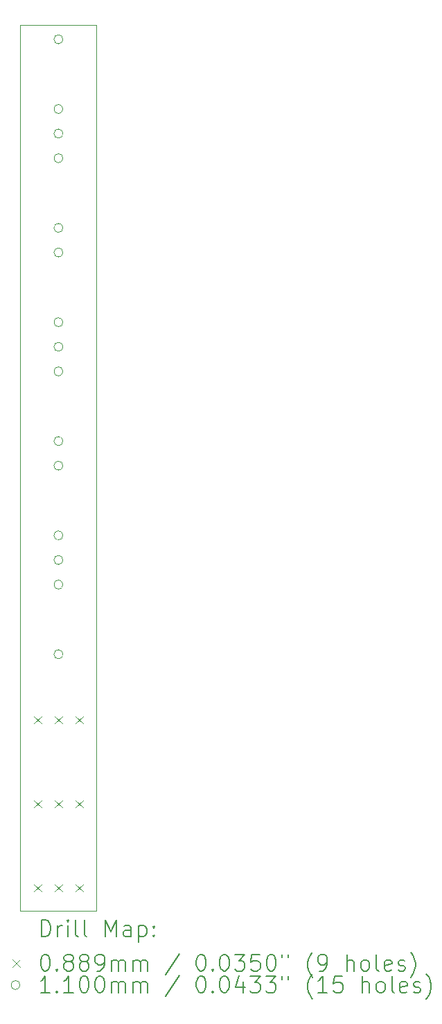
<source format=gbr>
%TF.GenerationSoftware,KiCad,Pcbnew,7.0.8*%
%TF.CreationDate,2024-09-22T22:21:17-04:00*%
%TF.ProjectId,lichen-passive-mutes-board,6c696368-656e-42d7-9061-73736976652d,1.0*%
%TF.SameCoordinates,Original*%
%TF.FileFunction,Drillmap*%
%TF.FilePolarity,Positive*%
%FSLAX45Y45*%
G04 Gerber Fmt 4.5, Leading zero omitted, Abs format (unit mm)*
G04 Created by KiCad (PCBNEW 7.0.8) date 2024-09-22 22:21:17*
%MOMM*%
%LPD*%
G01*
G04 APERTURE LIST*
%ADD10C,0.100000*%
%ADD11C,0.200000*%
%ADD12C,0.088900*%
%ADD13C,0.110000*%
G04 APERTURE END LIST*
D10*
X10025000Y-11025000D02*
X10955000Y-11025000D01*
X10955000Y-21825000D01*
X10025000Y-21825000D01*
X10025000Y-11025000D01*
D11*
D12*
X10191550Y-19455550D02*
X10280450Y-19544450D01*
X10280450Y-19455550D02*
X10191550Y-19544450D01*
X10191550Y-20480550D02*
X10280450Y-20569450D01*
X10280450Y-20480550D02*
X10191550Y-20569450D01*
X10191550Y-21505550D02*
X10280450Y-21594450D01*
X10280450Y-21505550D02*
X10191550Y-21594450D01*
X10445550Y-19455550D02*
X10534450Y-19544450D01*
X10534450Y-19455550D02*
X10445550Y-19544450D01*
X10445550Y-20480550D02*
X10534450Y-20569450D01*
X10534450Y-20480550D02*
X10445550Y-20569450D01*
X10445550Y-21505550D02*
X10534450Y-21594450D01*
X10534450Y-21505550D02*
X10445550Y-21594450D01*
X10699550Y-19455550D02*
X10788450Y-19544450D01*
X10788450Y-19455550D02*
X10699550Y-19544450D01*
X10699550Y-20480550D02*
X10788450Y-20569450D01*
X10788450Y-20480550D02*
X10699550Y-20569450D01*
X10699550Y-21505550D02*
X10788450Y-21594450D01*
X10788450Y-21505550D02*
X10699550Y-21594450D01*
D13*
X10545000Y-11200000D02*
G75*
G03*
X10545000Y-11200000I-55000J0D01*
G01*
X10545000Y-12050000D02*
G75*
G03*
X10545000Y-12050000I-55000J0D01*
G01*
X10545000Y-12350000D02*
G75*
G03*
X10545000Y-12350000I-55000J0D01*
G01*
X10545000Y-12650000D02*
G75*
G03*
X10545000Y-12650000I-55000J0D01*
G01*
X10545000Y-13500000D02*
G75*
G03*
X10545000Y-13500000I-55000J0D01*
G01*
X10545000Y-13800000D02*
G75*
G03*
X10545000Y-13800000I-55000J0D01*
G01*
X10545000Y-14650000D02*
G75*
G03*
X10545000Y-14650000I-55000J0D01*
G01*
X10545000Y-14950000D02*
G75*
G03*
X10545000Y-14950000I-55000J0D01*
G01*
X10545000Y-15250000D02*
G75*
G03*
X10545000Y-15250000I-55000J0D01*
G01*
X10545000Y-16100000D02*
G75*
G03*
X10545000Y-16100000I-55000J0D01*
G01*
X10545000Y-16400000D02*
G75*
G03*
X10545000Y-16400000I-55000J0D01*
G01*
X10545000Y-17250000D02*
G75*
G03*
X10545000Y-17250000I-55000J0D01*
G01*
X10545000Y-17550000D02*
G75*
G03*
X10545000Y-17550000I-55000J0D01*
G01*
X10545000Y-17850000D02*
G75*
G03*
X10545000Y-17850000I-55000J0D01*
G01*
X10545000Y-18700000D02*
G75*
G03*
X10545000Y-18700000I-55000J0D01*
G01*
D11*
X10280777Y-22141484D02*
X10280777Y-21941484D01*
X10280777Y-21941484D02*
X10328396Y-21941484D01*
X10328396Y-21941484D02*
X10356967Y-21951008D01*
X10356967Y-21951008D02*
X10376015Y-21970055D01*
X10376015Y-21970055D02*
X10385539Y-21989103D01*
X10385539Y-21989103D02*
X10395063Y-22027198D01*
X10395063Y-22027198D02*
X10395063Y-22055770D01*
X10395063Y-22055770D02*
X10385539Y-22093865D01*
X10385539Y-22093865D02*
X10376015Y-22112912D01*
X10376015Y-22112912D02*
X10356967Y-22131960D01*
X10356967Y-22131960D02*
X10328396Y-22141484D01*
X10328396Y-22141484D02*
X10280777Y-22141484D01*
X10480777Y-22141484D02*
X10480777Y-22008150D01*
X10480777Y-22046246D02*
X10490301Y-22027198D01*
X10490301Y-22027198D02*
X10499824Y-22017674D01*
X10499824Y-22017674D02*
X10518872Y-22008150D01*
X10518872Y-22008150D02*
X10537920Y-22008150D01*
X10604586Y-22141484D02*
X10604586Y-22008150D01*
X10604586Y-21941484D02*
X10595063Y-21951008D01*
X10595063Y-21951008D02*
X10604586Y-21960531D01*
X10604586Y-21960531D02*
X10614110Y-21951008D01*
X10614110Y-21951008D02*
X10604586Y-21941484D01*
X10604586Y-21941484D02*
X10604586Y-21960531D01*
X10728396Y-22141484D02*
X10709348Y-22131960D01*
X10709348Y-22131960D02*
X10699824Y-22112912D01*
X10699824Y-22112912D02*
X10699824Y-21941484D01*
X10833158Y-22141484D02*
X10814110Y-22131960D01*
X10814110Y-22131960D02*
X10804586Y-22112912D01*
X10804586Y-22112912D02*
X10804586Y-21941484D01*
X11061729Y-22141484D02*
X11061729Y-21941484D01*
X11061729Y-21941484D02*
X11128396Y-22084341D01*
X11128396Y-22084341D02*
X11195062Y-21941484D01*
X11195062Y-21941484D02*
X11195062Y-22141484D01*
X11376015Y-22141484D02*
X11376015Y-22036722D01*
X11376015Y-22036722D02*
X11366491Y-22017674D01*
X11366491Y-22017674D02*
X11347443Y-22008150D01*
X11347443Y-22008150D02*
X11309348Y-22008150D01*
X11309348Y-22008150D02*
X11290301Y-22017674D01*
X11376015Y-22131960D02*
X11356967Y-22141484D01*
X11356967Y-22141484D02*
X11309348Y-22141484D01*
X11309348Y-22141484D02*
X11290301Y-22131960D01*
X11290301Y-22131960D02*
X11280777Y-22112912D01*
X11280777Y-22112912D02*
X11280777Y-22093865D01*
X11280777Y-22093865D02*
X11290301Y-22074817D01*
X11290301Y-22074817D02*
X11309348Y-22065293D01*
X11309348Y-22065293D02*
X11356967Y-22065293D01*
X11356967Y-22065293D02*
X11376015Y-22055770D01*
X11471253Y-22008150D02*
X11471253Y-22208150D01*
X11471253Y-22017674D02*
X11490301Y-22008150D01*
X11490301Y-22008150D02*
X11528396Y-22008150D01*
X11528396Y-22008150D02*
X11547443Y-22017674D01*
X11547443Y-22017674D02*
X11556967Y-22027198D01*
X11556967Y-22027198D02*
X11566491Y-22046246D01*
X11566491Y-22046246D02*
X11566491Y-22103389D01*
X11566491Y-22103389D02*
X11556967Y-22122436D01*
X11556967Y-22122436D02*
X11547443Y-22131960D01*
X11547443Y-22131960D02*
X11528396Y-22141484D01*
X11528396Y-22141484D02*
X11490301Y-22141484D01*
X11490301Y-22141484D02*
X11471253Y-22131960D01*
X11652205Y-22122436D02*
X11661729Y-22131960D01*
X11661729Y-22131960D02*
X11652205Y-22141484D01*
X11652205Y-22141484D02*
X11642682Y-22131960D01*
X11642682Y-22131960D02*
X11652205Y-22122436D01*
X11652205Y-22122436D02*
X11652205Y-22141484D01*
X11652205Y-22017674D02*
X11661729Y-22027198D01*
X11661729Y-22027198D02*
X11652205Y-22036722D01*
X11652205Y-22036722D02*
X11642682Y-22027198D01*
X11642682Y-22027198D02*
X11652205Y-22017674D01*
X11652205Y-22017674D02*
X11652205Y-22036722D01*
D12*
X9931100Y-22425550D02*
X10020000Y-22514450D01*
X10020000Y-22425550D02*
X9931100Y-22514450D01*
D11*
X10318872Y-22361484D02*
X10337920Y-22361484D01*
X10337920Y-22361484D02*
X10356967Y-22371008D01*
X10356967Y-22371008D02*
X10366491Y-22380531D01*
X10366491Y-22380531D02*
X10376015Y-22399579D01*
X10376015Y-22399579D02*
X10385539Y-22437674D01*
X10385539Y-22437674D02*
X10385539Y-22485293D01*
X10385539Y-22485293D02*
X10376015Y-22523388D01*
X10376015Y-22523388D02*
X10366491Y-22542436D01*
X10366491Y-22542436D02*
X10356967Y-22551960D01*
X10356967Y-22551960D02*
X10337920Y-22561484D01*
X10337920Y-22561484D02*
X10318872Y-22561484D01*
X10318872Y-22561484D02*
X10299824Y-22551960D01*
X10299824Y-22551960D02*
X10290301Y-22542436D01*
X10290301Y-22542436D02*
X10280777Y-22523388D01*
X10280777Y-22523388D02*
X10271253Y-22485293D01*
X10271253Y-22485293D02*
X10271253Y-22437674D01*
X10271253Y-22437674D02*
X10280777Y-22399579D01*
X10280777Y-22399579D02*
X10290301Y-22380531D01*
X10290301Y-22380531D02*
X10299824Y-22371008D01*
X10299824Y-22371008D02*
X10318872Y-22361484D01*
X10471253Y-22542436D02*
X10480777Y-22551960D01*
X10480777Y-22551960D02*
X10471253Y-22561484D01*
X10471253Y-22561484D02*
X10461729Y-22551960D01*
X10461729Y-22551960D02*
X10471253Y-22542436D01*
X10471253Y-22542436D02*
X10471253Y-22561484D01*
X10595063Y-22447198D02*
X10576015Y-22437674D01*
X10576015Y-22437674D02*
X10566491Y-22428150D01*
X10566491Y-22428150D02*
X10556967Y-22409103D01*
X10556967Y-22409103D02*
X10556967Y-22399579D01*
X10556967Y-22399579D02*
X10566491Y-22380531D01*
X10566491Y-22380531D02*
X10576015Y-22371008D01*
X10576015Y-22371008D02*
X10595063Y-22361484D01*
X10595063Y-22361484D02*
X10633158Y-22361484D01*
X10633158Y-22361484D02*
X10652205Y-22371008D01*
X10652205Y-22371008D02*
X10661729Y-22380531D01*
X10661729Y-22380531D02*
X10671253Y-22399579D01*
X10671253Y-22399579D02*
X10671253Y-22409103D01*
X10671253Y-22409103D02*
X10661729Y-22428150D01*
X10661729Y-22428150D02*
X10652205Y-22437674D01*
X10652205Y-22437674D02*
X10633158Y-22447198D01*
X10633158Y-22447198D02*
X10595063Y-22447198D01*
X10595063Y-22447198D02*
X10576015Y-22456722D01*
X10576015Y-22456722D02*
X10566491Y-22466246D01*
X10566491Y-22466246D02*
X10556967Y-22485293D01*
X10556967Y-22485293D02*
X10556967Y-22523388D01*
X10556967Y-22523388D02*
X10566491Y-22542436D01*
X10566491Y-22542436D02*
X10576015Y-22551960D01*
X10576015Y-22551960D02*
X10595063Y-22561484D01*
X10595063Y-22561484D02*
X10633158Y-22561484D01*
X10633158Y-22561484D02*
X10652205Y-22551960D01*
X10652205Y-22551960D02*
X10661729Y-22542436D01*
X10661729Y-22542436D02*
X10671253Y-22523388D01*
X10671253Y-22523388D02*
X10671253Y-22485293D01*
X10671253Y-22485293D02*
X10661729Y-22466246D01*
X10661729Y-22466246D02*
X10652205Y-22456722D01*
X10652205Y-22456722D02*
X10633158Y-22447198D01*
X10785539Y-22447198D02*
X10766491Y-22437674D01*
X10766491Y-22437674D02*
X10756967Y-22428150D01*
X10756967Y-22428150D02*
X10747444Y-22409103D01*
X10747444Y-22409103D02*
X10747444Y-22399579D01*
X10747444Y-22399579D02*
X10756967Y-22380531D01*
X10756967Y-22380531D02*
X10766491Y-22371008D01*
X10766491Y-22371008D02*
X10785539Y-22361484D01*
X10785539Y-22361484D02*
X10823634Y-22361484D01*
X10823634Y-22361484D02*
X10842682Y-22371008D01*
X10842682Y-22371008D02*
X10852205Y-22380531D01*
X10852205Y-22380531D02*
X10861729Y-22399579D01*
X10861729Y-22399579D02*
X10861729Y-22409103D01*
X10861729Y-22409103D02*
X10852205Y-22428150D01*
X10852205Y-22428150D02*
X10842682Y-22437674D01*
X10842682Y-22437674D02*
X10823634Y-22447198D01*
X10823634Y-22447198D02*
X10785539Y-22447198D01*
X10785539Y-22447198D02*
X10766491Y-22456722D01*
X10766491Y-22456722D02*
X10756967Y-22466246D01*
X10756967Y-22466246D02*
X10747444Y-22485293D01*
X10747444Y-22485293D02*
X10747444Y-22523388D01*
X10747444Y-22523388D02*
X10756967Y-22542436D01*
X10756967Y-22542436D02*
X10766491Y-22551960D01*
X10766491Y-22551960D02*
X10785539Y-22561484D01*
X10785539Y-22561484D02*
X10823634Y-22561484D01*
X10823634Y-22561484D02*
X10842682Y-22551960D01*
X10842682Y-22551960D02*
X10852205Y-22542436D01*
X10852205Y-22542436D02*
X10861729Y-22523388D01*
X10861729Y-22523388D02*
X10861729Y-22485293D01*
X10861729Y-22485293D02*
X10852205Y-22466246D01*
X10852205Y-22466246D02*
X10842682Y-22456722D01*
X10842682Y-22456722D02*
X10823634Y-22447198D01*
X10956967Y-22561484D02*
X10995063Y-22561484D01*
X10995063Y-22561484D02*
X11014110Y-22551960D01*
X11014110Y-22551960D02*
X11023634Y-22542436D01*
X11023634Y-22542436D02*
X11042682Y-22513865D01*
X11042682Y-22513865D02*
X11052205Y-22475769D01*
X11052205Y-22475769D02*
X11052205Y-22399579D01*
X11052205Y-22399579D02*
X11042682Y-22380531D01*
X11042682Y-22380531D02*
X11033158Y-22371008D01*
X11033158Y-22371008D02*
X11014110Y-22361484D01*
X11014110Y-22361484D02*
X10976015Y-22361484D01*
X10976015Y-22361484D02*
X10956967Y-22371008D01*
X10956967Y-22371008D02*
X10947444Y-22380531D01*
X10947444Y-22380531D02*
X10937920Y-22399579D01*
X10937920Y-22399579D02*
X10937920Y-22447198D01*
X10937920Y-22447198D02*
X10947444Y-22466246D01*
X10947444Y-22466246D02*
X10956967Y-22475769D01*
X10956967Y-22475769D02*
X10976015Y-22485293D01*
X10976015Y-22485293D02*
X11014110Y-22485293D01*
X11014110Y-22485293D02*
X11033158Y-22475769D01*
X11033158Y-22475769D02*
X11042682Y-22466246D01*
X11042682Y-22466246D02*
X11052205Y-22447198D01*
X11137920Y-22561484D02*
X11137920Y-22428150D01*
X11137920Y-22447198D02*
X11147444Y-22437674D01*
X11147444Y-22437674D02*
X11166491Y-22428150D01*
X11166491Y-22428150D02*
X11195063Y-22428150D01*
X11195063Y-22428150D02*
X11214110Y-22437674D01*
X11214110Y-22437674D02*
X11223634Y-22456722D01*
X11223634Y-22456722D02*
X11223634Y-22561484D01*
X11223634Y-22456722D02*
X11233158Y-22437674D01*
X11233158Y-22437674D02*
X11252205Y-22428150D01*
X11252205Y-22428150D02*
X11280777Y-22428150D01*
X11280777Y-22428150D02*
X11299824Y-22437674D01*
X11299824Y-22437674D02*
X11309348Y-22456722D01*
X11309348Y-22456722D02*
X11309348Y-22561484D01*
X11404586Y-22561484D02*
X11404586Y-22428150D01*
X11404586Y-22447198D02*
X11414110Y-22437674D01*
X11414110Y-22437674D02*
X11433158Y-22428150D01*
X11433158Y-22428150D02*
X11461729Y-22428150D01*
X11461729Y-22428150D02*
X11480777Y-22437674D01*
X11480777Y-22437674D02*
X11490301Y-22456722D01*
X11490301Y-22456722D02*
X11490301Y-22561484D01*
X11490301Y-22456722D02*
X11499824Y-22437674D01*
X11499824Y-22437674D02*
X11518872Y-22428150D01*
X11518872Y-22428150D02*
X11547443Y-22428150D01*
X11547443Y-22428150D02*
X11566491Y-22437674D01*
X11566491Y-22437674D02*
X11576015Y-22456722D01*
X11576015Y-22456722D02*
X11576015Y-22561484D01*
X11966491Y-22351960D02*
X11795063Y-22609103D01*
X12223634Y-22361484D02*
X12242682Y-22361484D01*
X12242682Y-22361484D02*
X12261729Y-22371008D01*
X12261729Y-22371008D02*
X12271253Y-22380531D01*
X12271253Y-22380531D02*
X12280777Y-22399579D01*
X12280777Y-22399579D02*
X12290301Y-22437674D01*
X12290301Y-22437674D02*
X12290301Y-22485293D01*
X12290301Y-22485293D02*
X12280777Y-22523388D01*
X12280777Y-22523388D02*
X12271253Y-22542436D01*
X12271253Y-22542436D02*
X12261729Y-22551960D01*
X12261729Y-22551960D02*
X12242682Y-22561484D01*
X12242682Y-22561484D02*
X12223634Y-22561484D01*
X12223634Y-22561484D02*
X12204586Y-22551960D01*
X12204586Y-22551960D02*
X12195063Y-22542436D01*
X12195063Y-22542436D02*
X12185539Y-22523388D01*
X12185539Y-22523388D02*
X12176015Y-22485293D01*
X12176015Y-22485293D02*
X12176015Y-22437674D01*
X12176015Y-22437674D02*
X12185539Y-22399579D01*
X12185539Y-22399579D02*
X12195063Y-22380531D01*
X12195063Y-22380531D02*
X12204586Y-22371008D01*
X12204586Y-22371008D02*
X12223634Y-22361484D01*
X12376015Y-22542436D02*
X12385539Y-22551960D01*
X12385539Y-22551960D02*
X12376015Y-22561484D01*
X12376015Y-22561484D02*
X12366491Y-22551960D01*
X12366491Y-22551960D02*
X12376015Y-22542436D01*
X12376015Y-22542436D02*
X12376015Y-22561484D01*
X12509348Y-22361484D02*
X12528396Y-22361484D01*
X12528396Y-22361484D02*
X12547444Y-22371008D01*
X12547444Y-22371008D02*
X12556967Y-22380531D01*
X12556967Y-22380531D02*
X12566491Y-22399579D01*
X12566491Y-22399579D02*
X12576015Y-22437674D01*
X12576015Y-22437674D02*
X12576015Y-22485293D01*
X12576015Y-22485293D02*
X12566491Y-22523388D01*
X12566491Y-22523388D02*
X12556967Y-22542436D01*
X12556967Y-22542436D02*
X12547444Y-22551960D01*
X12547444Y-22551960D02*
X12528396Y-22561484D01*
X12528396Y-22561484D02*
X12509348Y-22561484D01*
X12509348Y-22561484D02*
X12490301Y-22551960D01*
X12490301Y-22551960D02*
X12480777Y-22542436D01*
X12480777Y-22542436D02*
X12471253Y-22523388D01*
X12471253Y-22523388D02*
X12461729Y-22485293D01*
X12461729Y-22485293D02*
X12461729Y-22437674D01*
X12461729Y-22437674D02*
X12471253Y-22399579D01*
X12471253Y-22399579D02*
X12480777Y-22380531D01*
X12480777Y-22380531D02*
X12490301Y-22371008D01*
X12490301Y-22371008D02*
X12509348Y-22361484D01*
X12642682Y-22361484D02*
X12766491Y-22361484D01*
X12766491Y-22361484D02*
X12699825Y-22437674D01*
X12699825Y-22437674D02*
X12728396Y-22437674D01*
X12728396Y-22437674D02*
X12747444Y-22447198D01*
X12747444Y-22447198D02*
X12756967Y-22456722D01*
X12756967Y-22456722D02*
X12766491Y-22475769D01*
X12766491Y-22475769D02*
X12766491Y-22523388D01*
X12766491Y-22523388D02*
X12756967Y-22542436D01*
X12756967Y-22542436D02*
X12747444Y-22551960D01*
X12747444Y-22551960D02*
X12728396Y-22561484D01*
X12728396Y-22561484D02*
X12671253Y-22561484D01*
X12671253Y-22561484D02*
X12652206Y-22551960D01*
X12652206Y-22551960D02*
X12642682Y-22542436D01*
X12947444Y-22361484D02*
X12852206Y-22361484D01*
X12852206Y-22361484D02*
X12842682Y-22456722D01*
X12842682Y-22456722D02*
X12852206Y-22447198D01*
X12852206Y-22447198D02*
X12871253Y-22437674D01*
X12871253Y-22437674D02*
X12918872Y-22437674D01*
X12918872Y-22437674D02*
X12937920Y-22447198D01*
X12937920Y-22447198D02*
X12947444Y-22456722D01*
X12947444Y-22456722D02*
X12956967Y-22475769D01*
X12956967Y-22475769D02*
X12956967Y-22523388D01*
X12956967Y-22523388D02*
X12947444Y-22542436D01*
X12947444Y-22542436D02*
X12937920Y-22551960D01*
X12937920Y-22551960D02*
X12918872Y-22561484D01*
X12918872Y-22561484D02*
X12871253Y-22561484D01*
X12871253Y-22561484D02*
X12852206Y-22551960D01*
X12852206Y-22551960D02*
X12842682Y-22542436D01*
X13080777Y-22361484D02*
X13099825Y-22361484D01*
X13099825Y-22361484D02*
X13118872Y-22371008D01*
X13118872Y-22371008D02*
X13128396Y-22380531D01*
X13128396Y-22380531D02*
X13137920Y-22399579D01*
X13137920Y-22399579D02*
X13147444Y-22437674D01*
X13147444Y-22437674D02*
X13147444Y-22485293D01*
X13147444Y-22485293D02*
X13137920Y-22523388D01*
X13137920Y-22523388D02*
X13128396Y-22542436D01*
X13128396Y-22542436D02*
X13118872Y-22551960D01*
X13118872Y-22551960D02*
X13099825Y-22561484D01*
X13099825Y-22561484D02*
X13080777Y-22561484D01*
X13080777Y-22561484D02*
X13061729Y-22551960D01*
X13061729Y-22551960D02*
X13052206Y-22542436D01*
X13052206Y-22542436D02*
X13042682Y-22523388D01*
X13042682Y-22523388D02*
X13033158Y-22485293D01*
X13033158Y-22485293D02*
X13033158Y-22437674D01*
X13033158Y-22437674D02*
X13042682Y-22399579D01*
X13042682Y-22399579D02*
X13052206Y-22380531D01*
X13052206Y-22380531D02*
X13061729Y-22371008D01*
X13061729Y-22371008D02*
X13080777Y-22361484D01*
X13223634Y-22361484D02*
X13223634Y-22399579D01*
X13299825Y-22361484D02*
X13299825Y-22399579D01*
X13595063Y-22637674D02*
X13585539Y-22628150D01*
X13585539Y-22628150D02*
X13566491Y-22599579D01*
X13566491Y-22599579D02*
X13556968Y-22580531D01*
X13556968Y-22580531D02*
X13547444Y-22551960D01*
X13547444Y-22551960D02*
X13537920Y-22504341D01*
X13537920Y-22504341D02*
X13537920Y-22466246D01*
X13537920Y-22466246D02*
X13547444Y-22418627D01*
X13547444Y-22418627D02*
X13556968Y-22390055D01*
X13556968Y-22390055D02*
X13566491Y-22371008D01*
X13566491Y-22371008D02*
X13585539Y-22342436D01*
X13585539Y-22342436D02*
X13595063Y-22332912D01*
X13680777Y-22561484D02*
X13718872Y-22561484D01*
X13718872Y-22561484D02*
X13737920Y-22551960D01*
X13737920Y-22551960D02*
X13747444Y-22542436D01*
X13747444Y-22542436D02*
X13766491Y-22513865D01*
X13766491Y-22513865D02*
X13776015Y-22475769D01*
X13776015Y-22475769D02*
X13776015Y-22399579D01*
X13776015Y-22399579D02*
X13766491Y-22380531D01*
X13766491Y-22380531D02*
X13756968Y-22371008D01*
X13756968Y-22371008D02*
X13737920Y-22361484D01*
X13737920Y-22361484D02*
X13699825Y-22361484D01*
X13699825Y-22361484D02*
X13680777Y-22371008D01*
X13680777Y-22371008D02*
X13671253Y-22380531D01*
X13671253Y-22380531D02*
X13661729Y-22399579D01*
X13661729Y-22399579D02*
X13661729Y-22447198D01*
X13661729Y-22447198D02*
X13671253Y-22466246D01*
X13671253Y-22466246D02*
X13680777Y-22475769D01*
X13680777Y-22475769D02*
X13699825Y-22485293D01*
X13699825Y-22485293D02*
X13737920Y-22485293D01*
X13737920Y-22485293D02*
X13756968Y-22475769D01*
X13756968Y-22475769D02*
X13766491Y-22466246D01*
X13766491Y-22466246D02*
X13776015Y-22447198D01*
X14014110Y-22561484D02*
X14014110Y-22361484D01*
X14099825Y-22561484D02*
X14099825Y-22456722D01*
X14099825Y-22456722D02*
X14090301Y-22437674D01*
X14090301Y-22437674D02*
X14071253Y-22428150D01*
X14071253Y-22428150D02*
X14042682Y-22428150D01*
X14042682Y-22428150D02*
X14023634Y-22437674D01*
X14023634Y-22437674D02*
X14014110Y-22447198D01*
X14223634Y-22561484D02*
X14204587Y-22551960D01*
X14204587Y-22551960D02*
X14195063Y-22542436D01*
X14195063Y-22542436D02*
X14185539Y-22523388D01*
X14185539Y-22523388D02*
X14185539Y-22466246D01*
X14185539Y-22466246D02*
X14195063Y-22447198D01*
X14195063Y-22447198D02*
X14204587Y-22437674D01*
X14204587Y-22437674D02*
X14223634Y-22428150D01*
X14223634Y-22428150D02*
X14252206Y-22428150D01*
X14252206Y-22428150D02*
X14271253Y-22437674D01*
X14271253Y-22437674D02*
X14280777Y-22447198D01*
X14280777Y-22447198D02*
X14290301Y-22466246D01*
X14290301Y-22466246D02*
X14290301Y-22523388D01*
X14290301Y-22523388D02*
X14280777Y-22542436D01*
X14280777Y-22542436D02*
X14271253Y-22551960D01*
X14271253Y-22551960D02*
X14252206Y-22561484D01*
X14252206Y-22561484D02*
X14223634Y-22561484D01*
X14404587Y-22561484D02*
X14385539Y-22551960D01*
X14385539Y-22551960D02*
X14376015Y-22532912D01*
X14376015Y-22532912D02*
X14376015Y-22361484D01*
X14556968Y-22551960D02*
X14537920Y-22561484D01*
X14537920Y-22561484D02*
X14499825Y-22561484D01*
X14499825Y-22561484D02*
X14480777Y-22551960D01*
X14480777Y-22551960D02*
X14471253Y-22532912D01*
X14471253Y-22532912D02*
X14471253Y-22456722D01*
X14471253Y-22456722D02*
X14480777Y-22437674D01*
X14480777Y-22437674D02*
X14499825Y-22428150D01*
X14499825Y-22428150D02*
X14537920Y-22428150D01*
X14537920Y-22428150D02*
X14556968Y-22437674D01*
X14556968Y-22437674D02*
X14566491Y-22456722D01*
X14566491Y-22456722D02*
X14566491Y-22475769D01*
X14566491Y-22475769D02*
X14471253Y-22494817D01*
X14642682Y-22551960D02*
X14661730Y-22561484D01*
X14661730Y-22561484D02*
X14699825Y-22561484D01*
X14699825Y-22561484D02*
X14718872Y-22551960D01*
X14718872Y-22551960D02*
X14728396Y-22532912D01*
X14728396Y-22532912D02*
X14728396Y-22523388D01*
X14728396Y-22523388D02*
X14718872Y-22504341D01*
X14718872Y-22504341D02*
X14699825Y-22494817D01*
X14699825Y-22494817D02*
X14671253Y-22494817D01*
X14671253Y-22494817D02*
X14652206Y-22485293D01*
X14652206Y-22485293D02*
X14642682Y-22466246D01*
X14642682Y-22466246D02*
X14642682Y-22456722D01*
X14642682Y-22456722D02*
X14652206Y-22437674D01*
X14652206Y-22437674D02*
X14671253Y-22428150D01*
X14671253Y-22428150D02*
X14699825Y-22428150D01*
X14699825Y-22428150D02*
X14718872Y-22437674D01*
X14795063Y-22637674D02*
X14804587Y-22628150D01*
X14804587Y-22628150D02*
X14823634Y-22599579D01*
X14823634Y-22599579D02*
X14833158Y-22580531D01*
X14833158Y-22580531D02*
X14842682Y-22551960D01*
X14842682Y-22551960D02*
X14852206Y-22504341D01*
X14852206Y-22504341D02*
X14852206Y-22466246D01*
X14852206Y-22466246D02*
X14842682Y-22418627D01*
X14842682Y-22418627D02*
X14833158Y-22390055D01*
X14833158Y-22390055D02*
X14823634Y-22371008D01*
X14823634Y-22371008D02*
X14804587Y-22342436D01*
X14804587Y-22342436D02*
X14795063Y-22332912D01*
D13*
X10020000Y-22734000D02*
G75*
G03*
X10020000Y-22734000I-55000J0D01*
G01*
D11*
X10385539Y-22825484D02*
X10271253Y-22825484D01*
X10328396Y-22825484D02*
X10328396Y-22625484D01*
X10328396Y-22625484D02*
X10309348Y-22654055D01*
X10309348Y-22654055D02*
X10290301Y-22673103D01*
X10290301Y-22673103D02*
X10271253Y-22682627D01*
X10471253Y-22806436D02*
X10480777Y-22815960D01*
X10480777Y-22815960D02*
X10471253Y-22825484D01*
X10471253Y-22825484D02*
X10461729Y-22815960D01*
X10461729Y-22815960D02*
X10471253Y-22806436D01*
X10471253Y-22806436D02*
X10471253Y-22825484D01*
X10671253Y-22825484D02*
X10556967Y-22825484D01*
X10614110Y-22825484D02*
X10614110Y-22625484D01*
X10614110Y-22625484D02*
X10595063Y-22654055D01*
X10595063Y-22654055D02*
X10576015Y-22673103D01*
X10576015Y-22673103D02*
X10556967Y-22682627D01*
X10795063Y-22625484D02*
X10814110Y-22625484D01*
X10814110Y-22625484D02*
X10833158Y-22635008D01*
X10833158Y-22635008D02*
X10842682Y-22644531D01*
X10842682Y-22644531D02*
X10852205Y-22663579D01*
X10852205Y-22663579D02*
X10861729Y-22701674D01*
X10861729Y-22701674D02*
X10861729Y-22749293D01*
X10861729Y-22749293D02*
X10852205Y-22787388D01*
X10852205Y-22787388D02*
X10842682Y-22806436D01*
X10842682Y-22806436D02*
X10833158Y-22815960D01*
X10833158Y-22815960D02*
X10814110Y-22825484D01*
X10814110Y-22825484D02*
X10795063Y-22825484D01*
X10795063Y-22825484D02*
X10776015Y-22815960D01*
X10776015Y-22815960D02*
X10766491Y-22806436D01*
X10766491Y-22806436D02*
X10756967Y-22787388D01*
X10756967Y-22787388D02*
X10747444Y-22749293D01*
X10747444Y-22749293D02*
X10747444Y-22701674D01*
X10747444Y-22701674D02*
X10756967Y-22663579D01*
X10756967Y-22663579D02*
X10766491Y-22644531D01*
X10766491Y-22644531D02*
X10776015Y-22635008D01*
X10776015Y-22635008D02*
X10795063Y-22625484D01*
X10985539Y-22625484D02*
X11004586Y-22625484D01*
X11004586Y-22625484D02*
X11023634Y-22635008D01*
X11023634Y-22635008D02*
X11033158Y-22644531D01*
X11033158Y-22644531D02*
X11042682Y-22663579D01*
X11042682Y-22663579D02*
X11052205Y-22701674D01*
X11052205Y-22701674D02*
X11052205Y-22749293D01*
X11052205Y-22749293D02*
X11042682Y-22787388D01*
X11042682Y-22787388D02*
X11033158Y-22806436D01*
X11033158Y-22806436D02*
X11023634Y-22815960D01*
X11023634Y-22815960D02*
X11004586Y-22825484D01*
X11004586Y-22825484D02*
X10985539Y-22825484D01*
X10985539Y-22825484D02*
X10966491Y-22815960D01*
X10966491Y-22815960D02*
X10956967Y-22806436D01*
X10956967Y-22806436D02*
X10947444Y-22787388D01*
X10947444Y-22787388D02*
X10937920Y-22749293D01*
X10937920Y-22749293D02*
X10937920Y-22701674D01*
X10937920Y-22701674D02*
X10947444Y-22663579D01*
X10947444Y-22663579D02*
X10956967Y-22644531D01*
X10956967Y-22644531D02*
X10966491Y-22635008D01*
X10966491Y-22635008D02*
X10985539Y-22625484D01*
X11137920Y-22825484D02*
X11137920Y-22692150D01*
X11137920Y-22711198D02*
X11147444Y-22701674D01*
X11147444Y-22701674D02*
X11166491Y-22692150D01*
X11166491Y-22692150D02*
X11195063Y-22692150D01*
X11195063Y-22692150D02*
X11214110Y-22701674D01*
X11214110Y-22701674D02*
X11223634Y-22720722D01*
X11223634Y-22720722D02*
X11223634Y-22825484D01*
X11223634Y-22720722D02*
X11233158Y-22701674D01*
X11233158Y-22701674D02*
X11252205Y-22692150D01*
X11252205Y-22692150D02*
X11280777Y-22692150D01*
X11280777Y-22692150D02*
X11299824Y-22701674D01*
X11299824Y-22701674D02*
X11309348Y-22720722D01*
X11309348Y-22720722D02*
X11309348Y-22825484D01*
X11404586Y-22825484D02*
X11404586Y-22692150D01*
X11404586Y-22711198D02*
X11414110Y-22701674D01*
X11414110Y-22701674D02*
X11433158Y-22692150D01*
X11433158Y-22692150D02*
X11461729Y-22692150D01*
X11461729Y-22692150D02*
X11480777Y-22701674D01*
X11480777Y-22701674D02*
X11490301Y-22720722D01*
X11490301Y-22720722D02*
X11490301Y-22825484D01*
X11490301Y-22720722D02*
X11499824Y-22701674D01*
X11499824Y-22701674D02*
X11518872Y-22692150D01*
X11518872Y-22692150D02*
X11547443Y-22692150D01*
X11547443Y-22692150D02*
X11566491Y-22701674D01*
X11566491Y-22701674D02*
X11576015Y-22720722D01*
X11576015Y-22720722D02*
X11576015Y-22825484D01*
X11966491Y-22615960D02*
X11795063Y-22873103D01*
X12223634Y-22625484D02*
X12242682Y-22625484D01*
X12242682Y-22625484D02*
X12261729Y-22635008D01*
X12261729Y-22635008D02*
X12271253Y-22644531D01*
X12271253Y-22644531D02*
X12280777Y-22663579D01*
X12280777Y-22663579D02*
X12290301Y-22701674D01*
X12290301Y-22701674D02*
X12290301Y-22749293D01*
X12290301Y-22749293D02*
X12280777Y-22787388D01*
X12280777Y-22787388D02*
X12271253Y-22806436D01*
X12271253Y-22806436D02*
X12261729Y-22815960D01*
X12261729Y-22815960D02*
X12242682Y-22825484D01*
X12242682Y-22825484D02*
X12223634Y-22825484D01*
X12223634Y-22825484D02*
X12204586Y-22815960D01*
X12204586Y-22815960D02*
X12195063Y-22806436D01*
X12195063Y-22806436D02*
X12185539Y-22787388D01*
X12185539Y-22787388D02*
X12176015Y-22749293D01*
X12176015Y-22749293D02*
X12176015Y-22701674D01*
X12176015Y-22701674D02*
X12185539Y-22663579D01*
X12185539Y-22663579D02*
X12195063Y-22644531D01*
X12195063Y-22644531D02*
X12204586Y-22635008D01*
X12204586Y-22635008D02*
X12223634Y-22625484D01*
X12376015Y-22806436D02*
X12385539Y-22815960D01*
X12385539Y-22815960D02*
X12376015Y-22825484D01*
X12376015Y-22825484D02*
X12366491Y-22815960D01*
X12366491Y-22815960D02*
X12376015Y-22806436D01*
X12376015Y-22806436D02*
X12376015Y-22825484D01*
X12509348Y-22625484D02*
X12528396Y-22625484D01*
X12528396Y-22625484D02*
X12547444Y-22635008D01*
X12547444Y-22635008D02*
X12556967Y-22644531D01*
X12556967Y-22644531D02*
X12566491Y-22663579D01*
X12566491Y-22663579D02*
X12576015Y-22701674D01*
X12576015Y-22701674D02*
X12576015Y-22749293D01*
X12576015Y-22749293D02*
X12566491Y-22787388D01*
X12566491Y-22787388D02*
X12556967Y-22806436D01*
X12556967Y-22806436D02*
X12547444Y-22815960D01*
X12547444Y-22815960D02*
X12528396Y-22825484D01*
X12528396Y-22825484D02*
X12509348Y-22825484D01*
X12509348Y-22825484D02*
X12490301Y-22815960D01*
X12490301Y-22815960D02*
X12480777Y-22806436D01*
X12480777Y-22806436D02*
X12471253Y-22787388D01*
X12471253Y-22787388D02*
X12461729Y-22749293D01*
X12461729Y-22749293D02*
X12461729Y-22701674D01*
X12461729Y-22701674D02*
X12471253Y-22663579D01*
X12471253Y-22663579D02*
X12480777Y-22644531D01*
X12480777Y-22644531D02*
X12490301Y-22635008D01*
X12490301Y-22635008D02*
X12509348Y-22625484D01*
X12747444Y-22692150D02*
X12747444Y-22825484D01*
X12699825Y-22615960D02*
X12652206Y-22758817D01*
X12652206Y-22758817D02*
X12776015Y-22758817D01*
X12833158Y-22625484D02*
X12956967Y-22625484D01*
X12956967Y-22625484D02*
X12890301Y-22701674D01*
X12890301Y-22701674D02*
X12918872Y-22701674D01*
X12918872Y-22701674D02*
X12937920Y-22711198D01*
X12937920Y-22711198D02*
X12947444Y-22720722D01*
X12947444Y-22720722D02*
X12956967Y-22739769D01*
X12956967Y-22739769D02*
X12956967Y-22787388D01*
X12956967Y-22787388D02*
X12947444Y-22806436D01*
X12947444Y-22806436D02*
X12937920Y-22815960D01*
X12937920Y-22815960D02*
X12918872Y-22825484D01*
X12918872Y-22825484D02*
X12861729Y-22825484D01*
X12861729Y-22825484D02*
X12842682Y-22815960D01*
X12842682Y-22815960D02*
X12833158Y-22806436D01*
X13023634Y-22625484D02*
X13147444Y-22625484D01*
X13147444Y-22625484D02*
X13080777Y-22701674D01*
X13080777Y-22701674D02*
X13109348Y-22701674D01*
X13109348Y-22701674D02*
X13128396Y-22711198D01*
X13128396Y-22711198D02*
X13137920Y-22720722D01*
X13137920Y-22720722D02*
X13147444Y-22739769D01*
X13147444Y-22739769D02*
X13147444Y-22787388D01*
X13147444Y-22787388D02*
X13137920Y-22806436D01*
X13137920Y-22806436D02*
X13128396Y-22815960D01*
X13128396Y-22815960D02*
X13109348Y-22825484D01*
X13109348Y-22825484D02*
X13052206Y-22825484D01*
X13052206Y-22825484D02*
X13033158Y-22815960D01*
X13033158Y-22815960D02*
X13023634Y-22806436D01*
X13223634Y-22625484D02*
X13223634Y-22663579D01*
X13299825Y-22625484D02*
X13299825Y-22663579D01*
X13595063Y-22901674D02*
X13585539Y-22892150D01*
X13585539Y-22892150D02*
X13566491Y-22863579D01*
X13566491Y-22863579D02*
X13556968Y-22844531D01*
X13556968Y-22844531D02*
X13547444Y-22815960D01*
X13547444Y-22815960D02*
X13537920Y-22768341D01*
X13537920Y-22768341D02*
X13537920Y-22730246D01*
X13537920Y-22730246D02*
X13547444Y-22682627D01*
X13547444Y-22682627D02*
X13556968Y-22654055D01*
X13556968Y-22654055D02*
X13566491Y-22635008D01*
X13566491Y-22635008D02*
X13585539Y-22606436D01*
X13585539Y-22606436D02*
X13595063Y-22596912D01*
X13776015Y-22825484D02*
X13661729Y-22825484D01*
X13718872Y-22825484D02*
X13718872Y-22625484D01*
X13718872Y-22625484D02*
X13699825Y-22654055D01*
X13699825Y-22654055D02*
X13680777Y-22673103D01*
X13680777Y-22673103D02*
X13661729Y-22682627D01*
X13956968Y-22625484D02*
X13861729Y-22625484D01*
X13861729Y-22625484D02*
X13852206Y-22720722D01*
X13852206Y-22720722D02*
X13861729Y-22711198D01*
X13861729Y-22711198D02*
X13880777Y-22701674D01*
X13880777Y-22701674D02*
X13928396Y-22701674D01*
X13928396Y-22701674D02*
X13947444Y-22711198D01*
X13947444Y-22711198D02*
X13956968Y-22720722D01*
X13956968Y-22720722D02*
X13966491Y-22739769D01*
X13966491Y-22739769D02*
X13966491Y-22787388D01*
X13966491Y-22787388D02*
X13956968Y-22806436D01*
X13956968Y-22806436D02*
X13947444Y-22815960D01*
X13947444Y-22815960D02*
X13928396Y-22825484D01*
X13928396Y-22825484D02*
X13880777Y-22825484D01*
X13880777Y-22825484D02*
X13861729Y-22815960D01*
X13861729Y-22815960D02*
X13852206Y-22806436D01*
X14204587Y-22825484D02*
X14204587Y-22625484D01*
X14290301Y-22825484D02*
X14290301Y-22720722D01*
X14290301Y-22720722D02*
X14280777Y-22701674D01*
X14280777Y-22701674D02*
X14261730Y-22692150D01*
X14261730Y-22692150D02*
X14233158Y-22692150D01*
X14233158Y-22692150D02*
X14214110Y-22701674D01*
X14214110Y-22701674D02*
X14204587Y-22711198D01*
X14414110Y-22825484D02*
X14395063Y-22815960D01*
X14395063Y-22815960D02*
X14385539Y-22806436D01*
X14385539Y-22806436D02*
X14376015Y-22787388D01*
X14376015Y-22787388D02*
X14376015Y-22730246D01*
X14376015Y-22730246D02*
X14385539Y-22711198D01*
X14385539Y-22711198D02*
X14395063Y-22701674D01*
X14395063Y-22701674D02*
X14414110Y-22692150D01*
X14414110Y-22692150D02*
X14442682Y-22692150D01*
X14442682Y-22692150D02*
X14461730Y-22701674D01*
X14461730Y-22701674D02*
X14471253Y-22711198D01*
X14471253Y-22711198D02*
X14480777Y-22730246D01*
X14480777Y-22730246D02*
X14480777Y-22787388D01*
X14480777Y-22787388D02*
X14471253Y-22806436D01*
X14471253Y-22806436D02*
X14461730Y-22815960D01*
X14461730Y-22815960D02*
X14442682Y-22825484D01*
X14442682Y-22825484D02*
X14414110Y-22825484D01*
X14595063Y-22825484D02*
X14576015Y-22815960D01*
X14576015Y-22815960D02*
X14566491Y-22796912D01*
X14566491Y-22796912D02*
X14566491Y-22625484D01*
X14747444Y-22815960D02*
X14728396Y-22825484D01*
X14728396Y-22825484D02*
X14690301Y-22825484D01*
X14690301Y-22825484D02*
X14671253Y-22815960D01*
X14671253Y-22815960D02*
X14661730Y-22796912D01*
X14661730Y-22796912D02*
X14661730Y-22720722D01*
X14661730Y-22720722D02*
X14671253Y-22701674D01*
X14671253Y-22701674D02*
X14690301Y-22692150D01*
X14690301Y-22692150D02*
X14728396Y-22692150D01*
X14728396Y-22692150D02*
X14747444Y-22701674D01*
X14747444Y-22701674D02*
X14756968Y-22720722D01*
X14756968Y-22720722D02*
X14756968Y-22739769D01*
X14756968Y-22739769D02*
X14661730Y-22758817D01*
X14833158Y-22815960D02*
X14852206Y-22825484D01*
X14852206Y-22825484D02*
X14890301Y-22825484D01*
X14890301Y-22825484D02*
X14909349Y-22815960D01*
X14909349Y-22815960D02*
X14918872Y-22796912D01*
X14918872Y-22796912D02*
X14918872Y-22787388D01*
X14918872Y-22787388D02*
X14909349Y-22768341D01*
X14909349Y-22768341D02*
X14890301Y-22758817D01*
X14890301Y-22758817D02*
X14861730Y-22758817D01*
X14861730Y-22758817D02*
X14842682Y-22749293D01*
X14842682Y-22749293D02*
X14833158Y-22730246D01*
X14833158Y-22730246D02*
X14833158Y-22720722D01*
X14833158Y-22720722D02*
X14842682Y-22701674D01*
X14842682Y-22701674D02*
X14861730Y-22692150D01*
X14861730Y-22692150D02*
X14890301Y-22692150D01*
X14890301Y-22692150D02*
X14909349Y-22701674D01*
X14985539Y-22901674D02*
X14995063Y-22892150D01*
X14995063Y-22892150D02*
X15014111Y-22863579D01*
X15014111Y-22863579D02*
X15023634Y-22844531D01*
X15023634Y-22844531D02*
X15033158Y-22815960D01*
X15033158Y-22815960D02*
X15042682Y-22768341D01*
X15042682Y-22768341D02*
X15042682Y-22730246D01*
X15042682Y-22730246D02*
X15033158Y-22682627D01*
X15033158Y-22682627D02*
X15023634Y-22654055D01*
X15023634Y-22654055D02*
X15014111Y-22635008D01*
X15014111Y-22635008D02*
X14995063Y-22606436D01*
X14995063Y-22606436D02*
X14985539Y-22596912D01*
M02*

</source>
